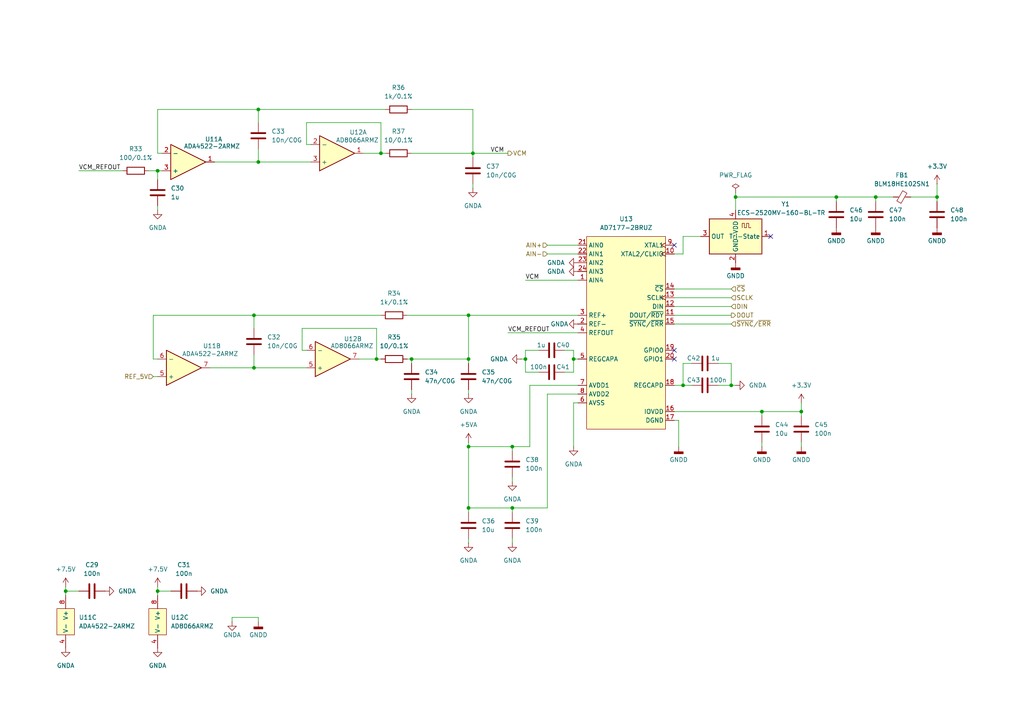
<source format=kicad_sch>
(kicad_sch (version 20250114) (generator "eeschema") (generator_version "9.0")
  (paper "A4")
  (lib_symbols
    (symbol "ADC7177M1:AD7177-2BRUZ"
      (property "Reference" "U" (at 0.254 0.508 0))
      (property "Value" "AD7177-2BRUZ" (at -0.254 -1.016 0))
      (symbol "AD7177-2BRUZ_0_0"
        (pin input line (at -13.97 25.4 0) (length 2.54) (name "AIN0") (number "21"))
        (pin input line (at -13.97 22.86 0) (length 2.54) (name "AIN1") (number "22"))
        (pin input line (at -13.97 20.32 0) (length 2.54) (name "AIN2") (number "23"))
        (pin input line (at -13.97 17.78 0) (length 2.54) (name "AIN3") (number "24"))
        (pin input line (at -13.97 15.24 0) (length 2.54) (name "AIN4") (number "1"))
        (pin passive line (at -13.97 5.08 0) (length 2.54) (name "REF+") (number "3"))
        (pin passive line (at -13.97 2.54 0) (length 2.54) (name "REF-") (number "2"))
        (pin output line (at -13.97 0 0) (length 2.54) (name "REFOUT") (number "4"))
        (pin passive line (at -13.97 -7.62 0) (length 2.54) (name "REGCAPA") (number "5"))
        (pin passive line (at -13.97 -15.24 0) (length 2.54) (name "AVDD1") (number "7"))
        (pin passive line (at -13.97 -17.78 0) (length 2.54) (name "AVDD2") (number "8"))
        (pin passive line (at -13.97 -20.32 0) (length 2.54) (name "AVSS") (number "6"))
        (pin input clock (at 13.97 25.4 180) (length 2.54) (name "XTAL1") (number "9"))
        (pin bidirectional clock (at 13.97 22.86 180) (length 2.54) (name "XTAL2/CLKIO") (number "10"))
        (pin input line (at 13.97 12.7 180) (length 2.54) (name "~{CS}") (number "14"))
        (pin input clock (at 13.97 10.16 180) (length 2.54) (name "SCLK") (number "13"))
        (pin input line (at 13.97 7.62 180) (length 2.54) (name "DIN") (number "12"))
        (pin output line (at 13.97 5.08 180) (length 2.54) (name "DOUT/~{RDY}") (number "11"))
        (pin input line (at 13.97 2.54 180) (length 2.54) (name "~{SYNC}/~{ERR}") (number "15"))
        (pin bidirectional line (at 13.97 -5.08 180) (length 2.54) (name "GPIO0") (number "19"))
        (pin bidirectional line (at 13.97 -7.62 180) (length 2.54) (name "GPIO1") (number "20"))
        (pin passive line (at 13.97 -15.24 180) (length 2.54) (name "REGCAPD") (number "18"))
        (pin passive line (at 13.97 -22.86 180) (length 2.54) (name "IOVDD") (number "16"))
        (pin passive line (at 13.97 -25.4 180) (length 2.54) (name "DGND") (number "17"))
      )
      (symbol "AD7177-2BRUZ_1_1"
        (rectangle (start -11.43 27.94) (end 11.43 -27.94) (fill (type color) (color 255 255 194 1)))
      )
    )
    (symbol "ADC7177M1:AD8066ARMZ"
      (property "Reference" "U" (at 2.54 5.08 0))
      (property "Value" "AD8066ARMZ" (at 1.524 -5.08 0))
      (symbol "AD8066ARMZ_1_1"
        (polyline (pts (xy -5.08 5.08) (xy 5.08 0) (xy -5.08 -5.08) (xy -5.08 5.08)) (stroke (width 0.254)) (fill (type background)))
        (pin input line (at -7.62 2.54 0) (length 2.54) (name "+") (number "3"))
        (pin input line (at -7.62 -2.54 0) (length 2.54) (name "-") (number "2"))
        (pin output line (at 7.62 0 180) (length 2.54) (name "~") (number "1"))
      )
      (symbol "AD8066ARMZ_2_1"
        (polyline (pts (xy -5.08 5.08) (xy 5.08 0) (xy -5.08 -5.08) (xy -5.08 5.08)) (stroke (width 0.254)) (fill (type background)))
        (pin input line (at -7.62 2.54 0) (length 2.54) (name "+") (number "5"))
        (pin input line (at -7.62 -2.54 0) (length 2.54) (name "-") (number "6"))
        (pin output line (at 7.62 0 180) (length 2.54) (name "~") (number "7"))
      )
      (symbol "AD8066ARMZ_3_1"
        (rectangle (start -2.54 3.81) (end 2.54 -3.81) (fill (type color) (color 255 255 194 1)))
        (pin power_in line (at 0 7.62 270) (length 3.81) (name "V+") (number "8"))
        (pin power_in line (at 0 -7.62 90) (length 3.81) (name "V-") (number "4"))
      )
    )
    (symbol "ADC7177M1:ADA4522-2ARMZ"
      (property "Reference" "U" (at 2.54 5.08 0))
      (property "Value" "ADA4522-2ARMZ" (at 1.524 -5.08 0))
      (symbol "ADA4522-2ARMZ_1_1"
        (polyline (pts (xy -5.08 5.08) (xy 5.08 0) (xy -5.08 -5.08) (xy -5.08 5.08)) (stroke (width 0.254)) (fill (type background)))
        (pin input line (at -7.62 2.54 0) (length 2.54) (name "+") (number "3"))
        (pin input line (at -7.62 -2.54 0) (length 2.54) (name "-") (number "2"))
        (pin output line (at 7.62 0 180) (length 2.54) (name "~") (number "1"))
      )
      (symbol "ADA4522-2ARMZ_2_1"
        (polyline (pts (xy -5.08 5.08) (xy 5.08 0) (xy -5.08 -5.08) (xy -5.08 5.08)) (stroke (width 0.254)) (fill (type background)))
        (pin input line (at -7.62 2.54 0) (length 2.54) (name "+") (number "5"))
        (pin input line (at -7.62 -2.54 0) (length 2.54) (name "-") (number "6"))
        (pin output line (at 7.62 0 180) (length 2.54) (name "~") (number "7"))
      )
      (symbol "ADA4522-2ARMZ_3_1"
        (rectangle (start -2.54 3.81) (end 2.54 -3.81) (fill (type color) (color 255 255 194 1)))
        (pin power_in line (at 0 7.62 270) (length 3.81) (name "V+") (number "8"))
        (pin power_in line (at 0 -7.62 90) (length 3.81) (name "V-") (number "4"))
      )
    )
    (symbol "Device:C" (pin_numbers (hide yes)) (pin_names (offset 0.254))
      (property "Reference" "C" (at 0.635 2.54 0))
      (property "Value" "C" (at 0.635 -2.54 0))
      (symbol "C_0_1"
        (polyline (pts (xy -2.032 0.762) (xy 2.032 0.762)) (stroke (width 0.508)))
        (polyline (pts (xy -2.032 -0.762) (xy 2.032 -0.762)) (stroke (width 0.508)))
      )
      (symbol "C_1_1"
        (pin passive line (at 0 3.81 270) (length 2.794) (name "~") (number "1"))
        (pin passive line (at 0 -3.81 90) (length 2.794) (name "~") (number "2"))
      )
    )
    (symbol "Device:FerriteBead_Small" (pin_numbers (hide yes)) (pin_names (offset 0))
      (property "Reference" "FB" (at 1.905 1.27 0))
      (property "Value" "FerriteBead_Small" (at 1.905 -1.27 0))
      (symbol "FerriteBead_Small_0_1"
        (polyline (pts (xy -1.8288 0.2794) (xy -1.1176 1.4986) (xy 1.8288 -0.2032) (xy 1.1176 -1.4224) (xy -1.8288 0.2794)))
        (polyline (pts (xy 0 0.889) (xy 0 1.2954)))
        (polyline (pts (xy 0 -1.27) (xy 0 -0.7874)))
      )
      (symbol "FerriteBead_Small_1_1"
        (pin passive line (at 0 2.54 270) (length 1.27) (name "~") (number "1"))
        (pin passive line (at 0 -2.54 90) (length 1.27) (name "~") (number "2"))
      )
    )
    (symbol "Device:R" (pin_numbers (hide yes)) (pin_names (offset 0))
      (property "Reference" "R" (at 2.032 0 90))
      (property "Value" "R" (at 0 0 90))
      (symbol "R_0_1"
        (rectangle (start -1.016 -2.54) (end 1.016 2.54) (stroke (width 0.254)))
      )
      (symbol "R_1_1"
        (pin passive line (at 0 3.81 270) (length 1.27) (name "~") (number "1"))
        (pin passive line (at 0 -3.81 90) (length 1.27) (name "~") (number "2"))
      )
    )
    (symbol "Oscillator:ECS-2520MV-xxx-xx"
      (property "Reference" "Y" (at -5.08 6.35 0))
      (property "Value" "ECS-2520MV-xxx-xx" (at 1.27 -6.35 0))
      (symbol "ECS-2520MV-xxx-xx_0_1"
        (rectangle (start -7.62 5.08) (end 7.62 -5.08) (stroke (width 0.254)) (fill (type background)))
        (polyline (pts (xy -4.445 2.54) (xy -3.81 2.54) (xy -3.81 3.81) (xy -3.175 3.81) (xy -3.175 2.54) (xy -2.54 2.54) (xy -2.54 3.81) (xy -1.905 3.81) (xy -1.905 2.54)))
      )
      (symbol "ECS-2520MV-xxx-xx_1_1"
        (pin input line (at -10.16 0 0) (length 2.54) (name "Tri-State") (number "1"))
        (pin power_in line (at 0 7.62 270) (length 2.54) (name "VDD") (number "4"))
        (pin power_in line (at 0 -7.62 90) (length 2.54) (name "GND") (number "2"))
        (pin output line (at 10.16 0 180) (length 2.54) (name "OUT") (number "3"))
      )
    )
    (symbol "power:+3.3V" (power) (pin_numbers (hide yes)) (pin_names (offset 0) (hide yes))
      (property "Value" "+3.3V" (at 0 3.556 0))
      (symbol "+3.3V_0_1"
        (polyline (pts (xy -0.762 1.27) (xy 0 2.54)))
        (polyline (pts (xy 0 2.54) (xy 0.762 1.27)))
        (polyline (pts (xy 0 0) (xy 0 2.54)))
      )
      (symbol "+3.3V_1_1"
        (pin power_in line (at 0 0 90) (length 0) (name "~") (number "1"))
      )
    )
    (symbol "power:+5VA" (power) (pin_numbers (hide yes)) (pin_names (offset 0) (hide yes))
      (property "Value" "+5VA" (at 0 3.556 0))
      (symbol "+5VA_0_1"
        (polyline (pts (xy -0.762 1.27) (xy 0 2.54)))
        (polyline (pts (xy 0 2.54) (xy 0.762 1.27)))
        (polyline (pts (xy 0 0) (xy 0 2.54)))
      )
      (symbol "+5VA_1_1"
        (pin power_in line (at 0 0 90) (length 0) (name "~") (number "1"))
      )
    )
    (symbol "power:+7.5V" (power) (pin_numbers (hide yes)) (pin_names (offset 0) (hide yes))
      (property "Value" "+7.5V" (at 0 3.556 0))
      (symbol "+7.5V_0_1"
        (polyline (pts (xy -0.762 1.27) (xy 0 2.54)))
        (polyline (pts (xy 0 2.54) (xy 0.762 1.27)))
        (polyline (pts (xy 0 0) (xy 0 2.54)))
      )
      (symbol "+7.5V_1_1"
        (pin power_in line (at 0 0 90) (length 0) (name "~") (number "1"))
      )
    )
    (symbol "power:GNDA" (power) (pin_numbers (hide yes)) (pin_names (offset 0) (hide yes))
      (property "Value" "GNDA" (at 0 -3.81 0))
      (symbol "GNDA_0_1"
        (polyline (pts (xy 0 0) (xy 0 -1.27) (xy 1.27 -1.27) (xy 0 -2.54) (xy -1.27 -1.27) (xy 0 -1.27)))
      )
      (symbol "GNDA_1_1"
        (pin power_in line (at 0 0 270) (length 0) (name "~") (number "1"))
      )
    )
    (symbol "power:GNDD" (power) (pin_numbers (hide yes)) (pin_names (offset 0) (hide yes))
      (property "Value" "GNDD" (at 0 -3.175 0))
      (symbol "GNDD_0_1"
        (rectangle (start -1.27 -1.524) (end 1.27 -2.032) (stroke (width 0.254)) (fill (type outline)))
        (polyline (pts (xy 0 0) (xy 0 -1.524)))
      )
      (symbol "GNDD_1_1"
        (pin power_in line (at 0 0 270) (length 0) (name "~") (number "1"))
      )
    )
    (symbol "power:PWR_FLAG" (power) (pin_numbers (hide yes)) (pin_names (offset 0) (hide yes))
      (property "Value" "PWR_FLAG" (at 0 3.81 0))
      (symbol "PWR_FLAG_0_0"
        (pin power_out line (at 0 0 90) (length 0) (name "~") (number "1"))
      )
      (symbol "PWR_FLAG_0_1"
        (polyline (pts (xy 0 0) (xy 0 1.27) (xy -1.016 1.905) (xy 0 2.54) (xy 1.016 1.905) (xy 0 1.27)))
      )
    )
  )
  (junction (at 135.89 147.32))
  (junction (at 166.37 104.14))
  (junction (at 213.36 57.15))
  (junction (at 152.4 104.14))
  (junction (at 135.89 129.54))
  (junction (at 148.59 147.32))
  (junction (at 73.66 91.44))
  (junction (at 212.09 111.76))
  (junction (at 45.72 49.53))
  (junction (at 45.72 171.45))
  (junction (at 148.59 129.54))
  (junction (at 119.38 104.14))
  (junction (at 19.05 171.45))
  (junction (at 254 57.15))
  (junction (at 73.66 106.68))
  (junction (at 74.93 31.75))
  (junction (at 74.93 46.99))
  (junction (at 198.12 111.76))
  (junction (at 137.16 44.45))
  (junction (at 109.22 104.14))
  (junction (at 232.41 119.38))
  (junction (at 110.49 44.45))
  (junction (at 242.57 57.15))
  (junction (at 135.89 91.44))
  (junction (at 135.89 104.14))
  (junction (at 220.98 119.38))
  (junction (at 271.78 57.15))
  (no_connect (at 195.58 101.6))
  (no_connect (at 195.58 71.12))
  (no_connect (at 223.52 68.58))
  (no_connect (at 195.58 104.14))
  (wire (pts (xy 195.58 93.98) (xy 212.09 93.98)))
  (wire (pts (xy 242.57 57.15) (xy 254 57.15)))
  (wire (pts (xy 110.49 44.45) (xy 111.76 44.45)))
  (wire (pts (xy 137.16 54.61) (xy 137.16 53.34)))
  (wire (pts (xy 148.59 156.21) (xy 148.59 157.48)))
  (wire (pts (xy 45.72 170.18) (xy 45.72 171.45)))
  (wire (pts (xy 198.12 105.41) (xy 198.12 111.76)))
  (wire (pts (xy 271.78 53.34) (xy 271.78 57.15)))
  (wire (pts (xy 208.28 111.76) (xy 212.09 111.76)))
  (wire (pts (xy 135.89 129.54) (xy 135.89 147.32)))
  (wire (pts (xy 195.58 83.82) (xy 212.09 83.82)))
  (wire (pts (xy 135.89 147.32) (xy 135.89 148.59)))
  (wire (pts (xy 22.86 49.53) (xy 35.56 49.53)))
  (wire (pts (xy 135.89 91.44) (xy 135.89 104.14)))
  (wire (pts (xy 195.58 91.44) (xy 212.09 91.44)))
  (wire (pts (xy 135.89 156.21) (xy 135.89 157.48)))
  (wire (pts (xy 73.66 91.44) (xy 110.49 91.44)))
  (wire (pts (xy 43.18 49.53) (xy 45.72 49.53)))
  (wire (pts (xy 195.58 121.92) (xy 196.85 121.92)))
  (wire (pts (xy 119.38 104.14) (xy 135.89 104.14)))
  (wire (pts (xy 119.38 31.75) (xy 137.16 31.75)))
  (wire (pts (xy 135.89 128.27) (xy 135.89 129.54)))
  (wire (pts (xy 254 57.15) (xy 259.08 57.15)))
  (wire (pts (xy 195.58 88.9) (xy 212.09 88.9)))
  (wire (pts (xy 45.72 31.75) (xy 45.72 44.45)))
  (wire (pts (xy 220.98 119.38) (xy 232.41 119.38)))
  (wire (pts (xy 137.16 45.72) (xy 137.16 44.45)))
  (wire (pts (xy 196.85 121.92) (xy 196.85 129.54)))
  (wire (pts (xy 135.89 147.32) (xy 148.59 147.32)))
  (wire (pts (xy 74.93 46.99) (xy 74.93 43.18)))
  (wire (pts (xy 73.66 106.68) (xy 88.9 106.68)))
  (wire (pts (xy 166.37 101.6) (xy 166.37 104.14)))
  (wire (pts (xy 152.4 104.14) (xy 152.4 107.95)))
  (wire (pts (xy 74.93 179.07) (xy 74.93 180.34)))
  (wire (pts (xy 44.45 104.14) (xy 45.72 104.14)))
  (wire (pts (xy 232.41 116.84) (xy 232.41 119.38)))
  (wire (pts (xy 271.78 57.15) (xy 271.78 58.42)))
  (wire (pts (xy 166.37 101.6) (xy 163.83 101.6)))
  (wire (pts (xy 73.66 91.44) (xy 44.45 91.44)))
  (wire (pts (xy 73.66 95.25) (xy 73.66 91.44)))
  (wire (pts (xy 44.45 91.44) (xy 44.45 104.14)))
  (wire (pts (xy 137.16 44.45) (xy 147.32 44.45)))
  (wire (pts (xy 152.4 101.6) (xy 152.4 104.14)))
  (wire (pts (xy 135.89 129.54) (xy 148.59 129.54)))
  (wire (pts (xy 119.38 114.3) (xy 119.38 113.03)))
  (wire (pts (xy 74.93 46.99) (xy 90.17 46.99)))
  (wire (pts (xy 135.89 91.44) (xy 167.64 91.44)))
  (wire (pts (xy 109.22 95.25) (xy 109.22 104.14)))
  (wire (pts (xy 166.37 116.84) (xy 167.64 116.84)))
  (wire (pts (xy 213.36 55.88) (xy 213.36 57.15)))
  (wire (pts (xy 232.41 119.38) (xy 232.41 120.65)))
  (wire (pts (xy 19.05 171.45) (xy 22.86 171.45)))
  (wire (pts (xy 148.59 147.32) (xy 148.59 148.59)))
  (wire (pts (xy 147.32 96.52) (xy 167.64 96.52)))
  (wire (pts (xy 45.72 171.45) (xy 45.72 172.72)))
  (wire (pts (xy 135.89 114.3) (xy 135.89 113.03)))
  (wire (pts (xy 156.21 107.95) (xy 152.4 107.95)))
  (wire (pts (xy 195.58 111.76) (xy 198.12 111.76)))
  (wire (pts (xy 118.11 104.14) (xy 119.38 104.14)))
  (wire (pts (xy 88.9 35.56) (xy 110.49 35.56)))
  (wire (pts (xy 137.16 31.75) (xy 137.16 44.45)))
  (wire (pts (xy 220.98 119.38) (xy 220.98 120.65)))
  (wire (pts (xy 45.72 49.53) (xy 46.99 49.53)))
  (wire (pts (xy 198.12 111.76) (xy 200.66 111.76)))
  (wire (pts (xy 213.36 57.15) (xy 213.36 60.96)))
  (wire (pts (xy 109.22 104.14) (xy 104.14 104.14)))
  (wire (pts (xy 198.12 68.58) (xy 203.2 68.58)))
  (wire (pts (xy 198.12 105.41) (xy 200.66 105.41)))
  (wire (pts (xy 212.09 105.41) (xy 212.09 111.76)))
  (wire (pts (xy 88.9 41.91) (xy 88.9 35.56)))
  (wire (pts (xy 74.93 31.75) (xy 111.76 31.75)))
  (wire (pts (xy 153.67 111.76) (xy 167.64 111.76)))
  (wire (pts (xy 232.41 129.54) (xy 232.41 128.27)))
  (wire (pts (xy 62.23 46.99) (xy 74.93 46.99)))
  (wire (pts (xy 158.75 114.3) (xy 167.64 114.3)))
  (wire (pts (xy 242.57 57.15) (xy 242.57 58.42)))
  (wire (pts (xy 74.93 35.56) (xy 74.93 31.75)))
  (wire (pts (xy 135.89 105.41) (xy 135.89 104.14)))
  (wire (pts (xy 264.16 57.15) (xy 271.78 57.15)))
  (wire (pts (xy 158.75 114.3) (xy 158.75 147.32)))
  (wire (pts (xy 212.09 111.76) (xy 213.36 111.76)))
  (wire (pts (xy 44.45 109.22) (xy 45.72 109.22)))
  (wire (pts (xy 19.05 171.45) (xy 19.05 172.72)))
  (wire (pts (xy 148.59 129.54) (xy 153.67 129.54)))
  (wire (pts (xy 198.12 68.58) (xy 198.12 73.66)))
  (wire (pts (xy 166.37 116.84) (xy 166.37 129.54)))
  (wire (pts (xy 45.72 49.53) (xy 45.72 52.07)))
  (wire (pts (xy 166.37 104.14) (xy 166.37 107.95)))
  (wire (pts (xy 195.58 86.36) (xy 212.09 86.36)))
  (wire (pts (xy 67.31 179.07) (xy 67.31 180.34)))
  (wire (pts (xy 87.63 95.25) (xy 109.22 95.25)))
  (wire (pts (xy 152.4 81.28) (xy 167.64 81.28)))
  (wire (pts (xy 19.05 170.18) (xy 19.05 171.45)))
  (wire (pts (xy 220.98 128.27) (xy 220.98 129.54)))
  (wire (pts (xy 45.72 59.69) (xy 45.72 60.96)))
  (wire (pts (xy 158.75 73.66) (xy 167.64 73.66)))
  (wire (pts (xy 73.66 106.68) (xy 73.66 102.87)))
  (wire (pts (xy 166.37 107.95) (xy 163.83 107.95)))
  (wire (pts (xy 45.72 44.45) (xy 46.99 44.45)))
  (wire (pts (xy 45.72 171.45) (xy 49.53 171.45)))
  (wire (pts (xy 198.12 73.66) (xy 195.58 73.66)))
  (wire (pts (xy 148.59 138.43) (xy 148.59 139.7)))
  (wire (pts (xy 148.59 129.54) (xy 148.59 130.81)))
  (wire (pts (xy 152.4 104.14) (xy 151.13 104.14)))
  (wire (pts (xy 60.96 106.68) (xy 73.66 106.68)))
  (wire (pts (xy 119.38 104.14) (xy 119.38 105.41)))
  (wire (pts (xy 148.59 147.32) (xy 158.75 147.32)))
  (wire (pts (xy 119.38 44.45) (xy 137.16 44.45)))
  (wire (pts (xy 166.37 104.14) (xy 167.64 104.14)))
  (wire (pts (xy 87.63 101.6) (xy 87.63 95.25)))
  (wire (pts (xy 110.49 35.56) (xy 110.49 44.45)))
  (wire (pts (xy 118.11 91.44) (xy 135.89 91.44)))
  (wire (pts (xy 90.17 41.91) (xy 88.9 41.91)))
  (wire (pts (xy 74.93 31.75) (xy 45.72 31.75)))
  (wire (pts (xy 88.9 101.6) (xy 87.63 101.6)))
  (wire (pts (xy 156.21 101.6) (xy 152.4 101.6)))
  (wire (pts (xy 110.49 44.45) (xy 105.41 44.45)))
  (wire (pts (xy 195.58 119.38) (xy 220.98 119.38)))
  (wire (pts (xy 67.31 179.07) (xy 74.93 179.07)))
  (wire (pts (xy 208.28 105.41) (xy 212.09 105.41)))
  (wire (pts (xy 254 57.15) (xy 254 58.42)))
  (wire (pts (xy 153.67 111.76) (xy 153.67 129.54)))
  (wire (pts (xy 158.75 71.12) (xy 167.64 71.12)))
  (wire (pts (xy 109.22 104.14) (xy 110.49 104.14)))
  (wire (pts (xy 213.36 57.15) (xy 242.57 57.15)))
  (label "VCM" (at 152.4 81.28 0))
  (label "VCM_REFOUT" (at 22.86 49.53 0))
  (label "VCM" (at 142.24 44.45 0))
  (label "VCM_REFOUT" (at 147.32 96.52 0))
  (hierarchical_label "~{CS}" (shape input) (at 212.09 83.82 0))
  (hierarchical_label "SCLK" (shape input) (at 212.09 86.36 0))
  (hierarchical_label "AIN+" (shape input) (at 158.75 71.12 180))
  (hierarchical_label "AIN-" (shape input) (at 158.75 73.66 180))
  (hierarchical_label "~{SYNC}{slash}~{ERR}" (shape input) (at 212.09 93.98 0))
  (hierarchical_label "DOUT" (shape output) (at 212.09 91.44 0))
  (hierarchical_label "VCM" (shape output) (at 147.32 44.45 0))
  (hierarchical_label "REF_5V" (shape input) (at 44.45 109.22 180))
  (hierarchical_label "DIN" (shape input) (at 212.09 88.9 0))
  (symbol (lib_id "Device:C") (at 135.89 152.4 0) (unit 1)
    (property "Reference" "C36" (at 139.7 151.1299 0) (effects (justify left)))
    (property "Value" "10u" (at 139.7 153.6699 0) (effects (justify left)))
    (property "Footprint" "Capacitor_SMD:C_0805_2012Metric" (effects (hide yes)))
    (property "Description" "Unpolarized capacitor" (effects (hide yes)))
  )
  (symbol (lib_id "Device:C") (at 73.66 99.06 0) (unit 1)
    (property "Reference" "C32" (at 77.47 97.7899 0) (effects (justify left)))
    (property "Value" "10n/C0G" (at 77.47 100.3299 0) (effects (justify left)))
    (property "Footprint" "Capacitor_SMD:C_0603_1608Metric" (effects (hide yes)))
    (property "Description" "Unpolarized capacitor" (effects (hide yes)))
  )
  (symbol (lib_id "ADC7177M1:ADA4522-2ARMZ") (at 53.34 106.68 0) (mirror x) (unit 2)
    (property "Reference" "U11" (at 61.468 100.33 0))
    (property "Value" "ADA4522-2ARMZ" (at 60.96 102.616 0))
    (property "Footprint" "Package_SO:MSOP-8_3x3mm_P0.65mm" (effects (hide yes)))
    (property "Datasheet" "https://www.analog.com/media/en/technical-documentation/data-sheets/ada4522-1_4522-2_4522-4.pdf" (effects (hide yes)))
    (property "Description" "55 V, EMI Enhanced, Zero Drift, Ultralow Noise, Rail-to-Rail Output Operational Amplifiers" (effects (hide yes)))
  )
  (symbol (lib_id "Device:C") (at 135.89 109.22 0) (unit 1)
    (property "Reference" "C35" (at 139.7 107.9499 0) (effects (justify left)))
    (property "Value" "47n/C0G" (at 139.7 110.4899 0) (effects (justify left)))
    (property "Footprint" "Capacitor_SMD:C_0603_1608Metric" (effects (hide yes)))
    (property "Description" "Unpolarized capacitor" (effects (hide yes)))
  )
  (symbol (lib_id "Device:C") (at 148.59 152.4 0) (unit 1)
    (property "Reference" "C39" (at 152.4 151.1299 0) (effects (justify left)))
    (property "Value" "100n" (at 152.4 153.6699 0) (effects (justify left)))
    (property "Footprint" "Capacitor_SMD:C_0603_1608Metric" (effects (hide yes)))
    (property "Description" "Unpolarized capacitor" (effects (hide yes)))
  )
  (symbol (lib_id "ADC7177M1:AD8066ARMZ") (at 96.52 104.14 0) (mirror x) (unit 2)
    (property "Reference" "U12" (at 102.362 98.298 0))
    (property "Value" "AD8066ARMZ" (at 102.108 100.33 0))
    (property "Footprint" "Package_SO:MSOP-8_3x3mm_P0.65mm" (effects (hide yes)))
    (property "Datasheet" "https://www.analog.com/media/en/technical-documentation/data-sheets/AD8065_8066.pdf" (effects (hide yes)))
    (property "Description" "High Performance, 145 MHz FastFET Op Amps" (effects (hide yes)))
  )
  (symbol (lib_id "ADC7177M1:AD8066ARMZ") (at 45.72 180.34 0) (unit 3)
    (property "Reference" "U12" (at 49.53 179.0699 0) (effects (justify left)))
    (property "Value" "AD8066ARMZ" (at 49.53 181.6099 0) (effects (justify left)))
    (property "Footprint" "Package_SO:MSOP-8_3x3mm_P0.65mm" (effects (hide yes)))
    (property "Datasheet" "https://www.analog.com/media/en/technical-documentation/data-sheets/AD8065_8066.pdf" (effects (hide yes)))
    (property "Description" "High Performance, 145 MHz FastFET Op Amps" (effects (hide yes)))
  )
  (symbol (lib_id "power:GNDA") (at 166.37 129.54 0) (unit 1)
    (property "Reference" "#PWR081" (effects (hide yes)))
    (property "Value" "GNDA" (at 166.37 134.62 0))
    (property "Description" "Power symbol creates a global label with name \"GNDA\" , analog ground" (effects (hide yes)))
  )
  (symbol (lib_id "Device:C") (at 160.02 101.6 270) (mirror x) (unit 1)
    (property "Reference" "C40" (at 163.322 100.076 90))
    (property "Value" "1u" (at 156.972 100.076 90))
    (property "Footprint" "Capacitor_SMD:C_0603_1608Metric" (effects (hide yes)))
    (property "Description" "Unpolarized capacitor" (effects (hide yes)))
  )
  (symbol (lib_id "power:GNDA") (at 67.31 180.34 0) (unit 1)
    (property "Reference" "#PWR071" (effects (hide yes)))
    (property "Value" "GNDA" (at 67.31 184.15 0))
    (property "Description" "Power symbol creates a global label with name \"GNDA\" , analog ground" (effects (hide yes)))
  )
  (symbol (lib_id "power:+7.5V") (at 45.72 170.18 0) (unit 1)
    (property "Reference" "#PWR068" (effects (hide yes)))
    (property "Value" "+7.5V" (at 45.72 165.1 0))
    (property "Description" "Power symbol creates a global label with name \"+7.5V\"" (effects (hide yes)))
  )
  (symbol (lib_id "power:GNDA") (at 151.13 104.14 270) (mirror x) (unit 1)
    (property "Reference" "#PWR080" (effects (hide yes)))
    (property "Value" "GNDA" (at 147.32 104.1399 90) (effects (justify right)))
    (property "Description" "Power symbol creates a global label with name \"GNDA\" , analog ground" (effects (hide yes)))
  )
  (symbol (lib_id "Device:R") (at 115.57 44.45 90) (unit 1)
    (property "Reference" "R37" (at 115.57 38.1 90))
    (property "Value" "10/0.1%" (at 115.57 40.64 90))
    (property "Footprint" "Resistor_SMD:R_0603_1608Metric" (effects (hide yes)))
    (property "Description" "Resistor" (effects (hide yes)))
  )
  (symbol (lib_id "ADC7177M1:AD7177-2BRUZ") (at 181.61 96.52 0) (unit 1)
    (property "Reference" "U13" (at 181.61 63.5 0))
    (property "Value" "AD7177-2BRUZ" (at 181.61 66.04 0))
    (property "Footprint" "Package_SO:TSSOP-24_4.4x7.8mm_P0.65mm" (effects (hide yes)))
    (property "Datasheet" "https://www.analog.com/media/en/technical-documentation/data-sheets/AD7177-2.pdf" (effects (hide yes)))
    (property "Description" "32-Bit, 10 kSPS, Sigma-Delta ADC with 100 μs Settling and True Rail-to-Rail Buffers" (effects (hide yes)))
  )
  (symbol (lib_id "power:GNDA") (at 167.64 78.74 270) (unit 1)
    (property "Reference" "#PWR083" (effects (hide yes)))
    (property "Value" "GNDA" (at 163.83 78.7399 90) (effects (justify right)))
    (property "Description" "Power symbol creates a global label with name \"GNDA\" , analog ground" (effects (hide yes)))
  )
  (symbol (lib_id "Device:C") (at 232.41 124.46 0) (unit 1)
    (property "Reference" "C45" (at 236.22 123.1899 0) (effects (justify left)))
    (property "Value" "100n" (at 236.22 125.7299 0) (effects (justify left)))
    (property "Footprint" "Capacitor_SMD:C_0603_1608Metric" (effects (hide yes)))
    (property "Description" "Unpolarized capacitor" (effects (hide yes)))
  )
  (symbol (lib_id "power:GNDA") (at 57.15 171.45 90) (unit 1)
    (property "Reference" "#PWR070" (effects (hide yes)))
    (property "Value" "GNDA" (at 60.96 171.4499 90) (effects (justify right)))
    (property "Description" "Power symbol creates a global label with name \"GNDA\" , analog ground" (effects (hide yes)))
  )
  (symbol (lib_id "power:GNDA") (at 148.59 139.7 0) (unit 1)
    (property "Reference" "#PWR078" (effects (hide yes)))
    (property "Value" "GNDA" (at 148.59 144.78 0))
    (property "Description" "Power symbol creates a global label with name \"GNDA\" , analog ground" (effects (hide yes)))
  )
  (symbol (lib_id "Device:C") (at 137.16 49.53 0) (unit 1)
    (property "Reference" "C37" (at 140.97 48.2599 0) (effects (justify left)))
    (property "Value" "10n/C0G" (at 140.97 50.7999 0) (effects (justify left)))
    (property "Footprint" "Capacitor_SMD:C_0603_1608Metric" (effects (hide yes)))
    (property "Description" "Unpolarized capacitor" (effects (hide yes)))
  )
  (symbol (lib_id "power:GNDD") (at 254 66.04 0) (unit 1)
    (property "Reference" "#PWR092" (effects (hide yes)))
    (property "Value" "GNDD" (at 254 69.85 0))
    (property "Description" "Power symbol creates a global label with name \"GNDD\" , digital ground" (effects (hide yes)))
  )
  (symbol (lib_id "Device:C") (at 45.72 55.88 0) (unit 1)
    (property "Reference" "C30" (at 49.53 54.6099 0) (effects (justify left)))
    (property "Value" "1u" (at 49.53 57.1499 0) (effects (justify left)))
    (property "Footprint" "Capacitor_SMD:C_0603_1608Metric" (effects (hide yes)))
    (property "Description" "Unpolarized capacitor" (effects (hide yes)))
  )
  (symbol (lib_id "ADC7177M1:ADA4522-2ARMZ") (at 54.61 46.99 0) (mirror x) (unit 1)
    (property "Reference" "U11" (at 61.976 40.386 0))
    (property "Value" "ADA4522-2ARMZ" (at 61.468 42.418 0))
    (property "Footprint" "Package_SO:MSOP-8_3x3mm_P0.65mm" (effects (hide yes)))
    (property "Datasheet" "https://www.analog.com/media/en/technical-documentation/data-sheets/ada4522-1_4522-2_4522-4.pdf" (effects (hide yes)))
    (property "Description" "55 V, EMI Enhanced, Zero Drift, Ultralow Noise, Rail-to-Rail Output Operational Amplifiers" (effects (hide yes)))
  )
  (symbol (lib_id "Device:C") (at 160.02 107.95 270) (mirror x) (unit 1)
    (property "Reference" "C41" (at 163.322 106.426 90))
    (property "Value" "100n" (at 156.21 106.426 90))
    (property "Footprint" "Capacitor_SMD:C_0603_1608Metric" (effects (hide yes)))
    (property "Description" "Unpolarized capacitor" (effects (hide yes)))
  )
  (symbol (lib_id "power:GNDA") (at 135.89 114.3 0) (unit 1)
    (property "Reference" "#PWR074" (effects (hide yes)))
    (property "Value" "GNDA" (at 135.89 119.38 0))
    (property "Description" "Power symbol creates a global label with name \"GNDA\" , analog ground" (effects (hide yes)))
  )
  (symbol (lib_id "power:GNDD") (at 196.85 129.54 0) (unit 1)
    (property "Reference" "#PWR085" (effects (hide yes)))
    (property "Value" "GNDD" (at 196.85 133.35 0))
    (property "Description" "Power symbol creates a global label with name \"GNDD\" , digital ground" (effects (hide yes)))
  )
  (symbol (lib_id "Device:FerriteBead_Small") (at 261.62 57.15 90) (unit 1)
    (property "Reference" "FB1" (at 261.5819 50.8 90))
    (property "Value" "BLM18HE102SN1" (at 261.5819 53.34 90))
    (property "Footprint" "Inductor_SMD:L_0603_1608Metric" (effects (hide yes)))
    (property "Description" "Ferrite bead, small symbol" (effects (hide yes)))
  )
  (symbol (lib_id "power:GNDD") (at 213.36 76.2 0) (unit 1)
    (property "Reference" "#PWR086" (effects (hide yes)))
    (property "Value" "GNDD" (at 213.36 80.01 0))
    (property "Description" "Power symbol creates a global label with name \"GNDD\" , digital ground" (effects (hide yes)))
  )
  (symbol (lib_id "Device:R") (at 114.3 104.14 90) (unit 1)
    (property "Reference" "R35" (at 114.3 97.79 90))
    (property "Value" "10/0.1%" (at 114.3 100.33 90))
    (property "Footprint" "Resistor_SMD:R_0603_1608Metric" (effects (hide yes)))
    (property "Description" "Resistor" (effects (hide yes)))
  )
  (symbol (lib_id "power:+3.3V") (at 232.41 116.84 0) (unit 1)
    (property "Reference" "#PWR089" (effects (hide yes)))
    (property "Value" "+3.3V" (at 232.41 111.76 0))
    (property "Description" "Power symbol creates a global label with name \"+3.3V\"" (effects (hide yes)))
  )
  (symbol (lib_id "power:+7.5V") (at 19.05 170.18 0) (unit 1)
    (property "Reference" "#PWR064" (effects (hide yes)))
    (property "Value" "+7.5V" (at 19.05 165.1 0))
    (property "Description" "Power symbol creates a global label with name \"+7.5V\"" (effects (hide yes)))
  )
  (symbol (lib_id "Device:C") (at 119.38 109.22 0) (unit 1)
    (property "Reference" "C34" (at 123.19 107.9499 0) (effects (justify left)))
    (property "Value" "47n/C0G" (at 123.19 110.4899 0) (effects (justify left)))
    (property "Footprint" "Capacitor_SMD:C_0603_1608Metric" (effects (hide yes)))
    (property "Description" "Unpolarized capacitor" (effects (hide yes)))
  )
  (symbol (lib_id "power:GNDA") (at 30.48 171.45 90) (unit 1)
    (property "Reference" "#PWR066" (effects (hide yes)))
    (property "Value" "GNDA" (at 34.29 171.4499 90) (effects (justify right)))
    (property "Description" "Power symbol creates a global label with name \"GNDA\" , analog ground" (effects (hide yes)))
  )
  (symbol (lib_id "power:GNDA") (at 135.89 157.48 0) (unit 1)
    (property "Reference" "#PWR076" (effects (hide yes)))
    (property "Value" "GNDA" (at 135.89 162.56 0))
    (property "Description" "Power symbol creates a global label with name \"GNDA\" , analog ground" (effects (hide yes)))
  )
  (symbol (lib_id "Device:R") (at 39.37 49.53 90) (unit 1)
    (property "Reference" "R33" (at 39.37 43.18 90))
    (property "Value" "100/0.1%" (at 39.37 45.72 90))
    (property "Footprint" "Resistor_SMD:R_0603_1608Metric" (effects (hide yes)))
    (property "Description" "Resistor" (effects (hide yes)))
  )
  (symbol (lib_id "Device:C") (at 220.98 124.46 0) (unit 1)
    (property "Reference" "C44" (at 224.79 123.1899 0) (effects (justify left)))
    (property "Value" "10u" (at 224.79 125.7299 0) (effects (justify left)))
    (property "Footprint" "Capacitor_SMD:C_0805_2012Metric" (effects (hide yes)))
    (property "Description" "Unpolarized capacitor" (effects (hide yes)))
  )
  (symbol (lib_id "power:GNDD") (at 220.98 129.54 0) (unit 1)
    (property "Reference" "#PWR088" (effects (hide yes)))
    (property "Value" "GNDD" (at 220.98 133.35 0))
    (property "Description" "Power symbol creates a global label with name \"GNDD\" , digital ground" (effects (hide yes)))
  )
  (symbol (lib_id "power:GNDA") (at 45.72 60.96 0) (unit 1)
    (property "Reference" "#PWR067" (effects (hide yes)))
    (property "Value" "GNDA" (at 45.72 66.04 0))
    (property "Description" "Power symbol creates a global label with name \"GNDA\" , analog ground" (effects (hide yes)))
  )
  (symbol (lib_id "Device:C") (at 74.93 39.37 0) (unit 1)
    (property "Reference" "C33" (at 78.74 38.0999 0) (effects (justify left)))
    (property "Value" "10n/C0G" (at 78.74 40.6399 0) (effects (justify left)))
    (property "Footprint" "Capacitor_SMD:C_0603_1608Metric" (effects (hide yes)))
    (property "Description" "Unpolarized capacitor" (effects (hide yes)))
  )
  (symbol (lib_id "ADC7177M1:AD8066ARMZ") (at 97.79 44.45 0) (mirror x) (unit 1)
    (property "Reference" "U12" (at 103.886 38.354 0))
    (property "Value" "AD8066ARMZ" (at 103.632 40.64 0))
    (property "Footprint" "Package_SO:MSOP-8_3x3mm_P0.65mm" (effects (hide yes)))
    (property "Datasheet" "https://www.analog.com/media/en/technical-documentation/data-sheets/AD8065_8066.pdf" (effects (hide yes)))
    (property "Description" "High Performance, 145 MHz FastFET Op Amps" (effects (hide yes)))
  )
  (symbol (lib_id "Device:C") (at 53.34 171.45 90) (unit 1)
    (property "Reference" "C31" (at 53.34 163.83 90))
    (property "Value" "100n" (at 53.34 166.37 90))
    (property "Footprint" "Capacitor_SMD:C_0603_1608Metric" (effects (hide yes)))
    (property "Description" "Unpolarized capacitor" (effects (hide yes)))
  )
  (symbol (lib_id "power:+5VA") (at 135.89 128.27 0) (unit 1)
    (property "Reference" "#PWR075" (effects (hide yes)))
    (property "Value" "+5VA" (at 135.89 123.19 0))
    (property "Description" "Power symbol creates a global label with name \"+5VA\"" (effects (hide yes)))
  )
  (symbol (lib_id "power:GNDA") (at 148.59 157.48 0) (unit 1)
    (property "Reference" "#PWR079" (effects (hide yes)))
    (property "Value" "GNDA" (at 148.59 162.56 0))
    (property "Description" "Power symbol creates a global label with name \"GNDA\" , analog ground" (effects (hide yes)))
  )
  (symbol (lib_id "power:GNDD") (at 232.41 129.54 0) (unit 1)
    (property "Reference" "#PWR090" (effects (hide yes)))
    (property "Value" "GNDD" (at 232.41 133.35 0))
    (property "Description" "Power symbol creates a global label with name \"GNDD\" , digital ground" (effects (hide yes)))
  )
  (symbol (lib_id "Device:C") (at 242.57 62.23 0) (unit 1)
    (property "Reference" "C46" (at 246.38 60.9599 0) (effects (justify left)))
    (property "Value" "10u" (at 246.38 63.4999 0) (effects (justify left)))
    (property "Footprint" "Capacitor_SMD:C_0805_2012Metric" (effects (hide yes)))
    (property "Description" "Unpolarized capacitor" (effects (hide yes)))
  )
  (symbol (lib_id "Device:C") (at 26.67 171.45 90) (unit 1)
    (property "Reference" "C29" (at 26.67 163.83 90))
    (property "Value" "100n" (at 26.67 166.37 90))
    (property "Footprint" "Capacitor_SMD:C_0603_1608Metric" (effects (hide yes)))
    (property "Description" "Unpolarized capacitor" (effects (hide yes)))
  )
  (symbol (lib_id "power:GNDA") (at 137.16 54.61 0) (unit 1)
    (property "Reference" "#PWR077" (effects (hide yes)))
    (property "Value" "GNDA" (at 137.16 59.69 0))
    (property "Description" "Power symbol creates a global label with name \"GNDA\" , analog ground" (effects (hide yes)))
  )
  (symbol (lib_id "power:GNDD") (at 242.57 66.04 0) (unit 1)
    (property "Reference" "#PWR091" (effects (hide yes)))
    (property "Value" "GNDD" (at 242.57 69.85 0))
    (property "Description" "Power symbol creates a global label with name \"GNDD\" , digital ground" (effects (hide yes)))
  )
  (symbol (lib_id "power:GNDA") (at 167.64 93.98 270) (mirror x) (unit 1)
    (property "Reference" "#PWR084" (effects (hide yes)))
    (property "Value" "GNDA" (at 164.846 93.98 90) (effects (justify right)))
    (property "Description" "Power symbol creates a global label with name \"GNDA\" , analog ground" (effects (hide yes)))
  )
  (symbol (lib_id "Device:R") (at 114.3 91.44 90) (unit 1)
    (property "Reference" "R34" (at 114.3 85.09 90))
    (property "Value" "1k/0.1%" (at 114.3 87.63 90))
    (property "Footprint" "Resistor_SMD:R_0603_1608Metric" (effects (hide yes)))
    (property "Description" "Resistor" (effects (hide yes)))
  )
  (symbol (lib_id "Device:C") (at 204.47 111.76 90) (unit 1)
    (property "Reference" "C43" (at 201.168 110.236 90))
    (property "Value" "100n" (at 208.28 110.236 90))
    (property "Footprint" "Capacitor_SMD:C_0603_1608Metric" (effects (hide yes)))
    (property "Description" "Unpolarized capacitor" (effects (hide yes)))
  )
  (symbol (lib_id "ADC7177M1:ADA4522-2ARMZ") (at 19.05 180.34 0) (unit 3)
    (property "Reference" "U11" (at 22.86 179.0699 0) (effects (justify left)))
    (property "Value" "ADA4522-2ARMZ" (at 22.86 181.6099 0) (effects (justify left)))
    (property "Footprint" "Package_SO:MSOP-8_3x3mm_P0.65mm" (effects (hide yes)))
    (property "Datasheet" "https://www.analog.com/media/en/technical-documentation/data-sheets/ada4522-1_4522-2_4522-4.pdf" (effects (hide yes)))
    (property "Description" "55 V, EMI Enhanced, Zero Drift, Ultralow Noise, Rail-to-Rail Output Operational Amplifiers" (effects (hide yes)))
  )
  (symbol (lib_id "Device:C") (at 148.59 134.62 0) (unit 1)
    (property "Reference" "C38" (at 152.4 133.3499 0) (effects (justify left)))
    (property "Value" "100n" (at 152.4 135.8899 0) (effects (justify left)))
    (property "Footprint" "Capacitor_SMD:C_0603_1608Metric" (effects (hide yes)))
    (property "Description" "Unpolarized capacitor" (effects (hide yes)))
  )
  (symbol (lib_id "Oscillator:ECS-2520MV-xxx-xx") (at 213.36 68.58 0) (mirror y) (unit 1)
    (property "Reference" "Y1" (at 227.838 59.182 0))
    (property "Value" "ECS-2520MV-160-BL-TR" (at 226.568 61.722 0))
    (property "Footprint" "Oscillator:Oscillator_SMD_ECS_2520MV-xxx-xx-4Pin_2.5x2.0mm" (effects (hide yes)))
    (property "Datasheet" "https://www.ecsxtal.com/store/pdf/ECS-2520MV.pdf" (effects (hide yes)))
    (property "Description" "HCMOS Crystal Clock Oscillator, 2.5x2.0 mm SMD" (effects (hide yes)))
  )
  (symbol (lib_id "Device:C") (at 254 62.23 0) (unit 1)
    (property "Reference" "C47" (at 257.81 60.9599 0) (effects (justify left)))
    (property "Value" "100n" (at 257.81 63.4999 0) (effects (justify left)))
    (property "Footprint" "Capacitor_SMD:C_0603_1608Metric" (effects (hide yes)))
    (property "Description" "Unpolarized capacitor" (effects (hide yes)))
  )
  (symbol (lib_id "power:+3.3V") (at 271.78 53.34 0) (unit 1)
    (property "Reference" "#PWR093" (effects (hide yes)))
    (property "Value" "+3.3V" (at 271.78 48.26 0))
    (property "Description" "Power symbol creates a global label with name \"+3.3V\"" (effects (hide yes)))
  )
  (symbol (lib_id "power:GNDD") (at 271.78 66.04 0) (unit 1)
    (property "Reference" "#PWR094" (effects (hide yes)))
    (property "Value" "GNDD" (at 271.78 69.85 0))
    (property "Description" "Power symbol creates a global label with name \"GNDD\" , digital ground" (effects (hide yes)))
  )
  (symbol (lib_id "power:PWR_FLAG") (at 213.36 55.88 0) (unit 1)
    (property "Reference" "#FLG06" (effects (hide yes)))
    (property "Value" "PWR_FLAG" (at 213.36 50.8 0))
    (property "Description" "Special symbol for telling ERC where power comes from" (effects (hide yes)))
  )
  (symbol (lib_id "power:GNDD") (at 74.93 180.34 0) (unit 1)
    (property "Reference" "#PWR072" (effects (hide yes)))
    (property "Value" "GNDD" (at 74.93 184.15 0))
    (property "Description" "Power symbol creates a global label with name \"GNDD\" , digital ground" (effects (hide yes)))
  )
  (symbol (lib_id "power:GNDA") (at 19.05 187.96 0) (unit 1)
    (property "Reference" "#PWR065" (effects (hide yes)))
    (property "Value" "GNDA" (at 19.05 193.04 0))
    (property "Description" "Power symbol creates a global label with name \"GNDA\" , analog ground" (effects (hide yes)))
  )
  (symbol (lib_id "power:GNDA") (at 213.36 111.76 90) (unit 1)
    (property "Reference" "#PWR087" (effects (hide yes)))
    (property "Value" "GNDA" (at 217.17 111.7599 90) (effects (justify right)))
    (property "Description" "Power symbol creates a global label with name \"GNDA\" , analog ground" (effects (hide yes)))
  )
  (symbol (lib_id "power:GNDA") (at 45.72 187.96 0) (unit 1)
    (property "Reference" "#PWR069" (effects (hide yes)))
    (property "Value" "GNDA" (at 45.72 193.04 0))
    (property "Description" "Power symbol creates a global label with name \"GNDA\" , analog ground" (effects (hide yes)))
  )
  (symbol (lib_id "power:GNDA") (at 167.64 76.2 270) (unit 1)
    (property "Reference" "#PWR082" (effects (hide yes)))
    (property "Value" "GNDA" (at 163.83 76.1999 90) (effects (justify right)))
    (property "Description" "Power symbol creates a global label with name \"GNDA\" , analog ground" (effects (hide yes)))
  )
  (symbol (lib_id "Device:R") (at 115.57 31.75 90) (unit 1)
    (property "Reference" "R36" (at 115.57 25.4 90))
    (property "Value" "1k/0.1%" (at 115.57 27.94 90))
    (property "Footprint" "Resistor_SMD:R_0603_1608Metric" (effects (hide yes)))
    (property "Description" "Resistor" (effects (hide yes)))
  )
  (symbol (lib_id "Device:C") (at 271.78 62.23 0) (unit 1)
    (property "Reference" "C48" (at 275.59 60.9599 0) (effects (justify left)))
    (property "Value" "100n" (at 275.59 63.4999 0) (effects (justify left)))
    (property "Footprint" "Capacitor_SMD:C_0603_1608Metric" (effects (hide yes)))
    (property "Description" "Unpolarized capacitor" (effects (hide yes)))
  )
  (symbol (lib_id "Device:C") (at 204.47 105.41 90) (unit 1)
    (property "Reference" "C42" (at 201.168 103.886 90))
    (property "Value" "1u" (at 207.518 103.886 90))
    (property "Footprint" "Capacitor_SMD:C_0603_1608Metric" (effects (hide yes)))
    (property "Description" "Unpolarized capacitor" (effects (hide yes)))
  )
  (symbol (lib_id "power:GNDA") (at 119.38 114.3 0) (unit 1)
    (property "Reference" "#PWR073" (effects (hide yes)))
    (property "Value" "GNDA" (at 119.38 119.38 0))
    (property "Description" "Power symbol creates a global label with name \"GNDA\" , analog ground" (effects (hide yes)))
  )
)
</source>
